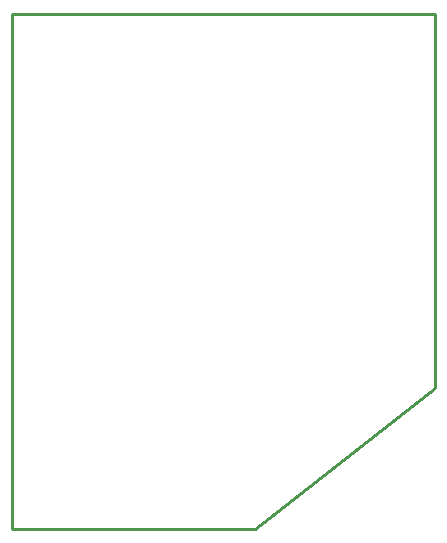
<source format=gko>
G04 Layer: BoardOutlineLayer*
G04 EasyEDA v6.5.15, 2023-01-26 07:11:18*
G04 bc408e8c05344163a153380a18e2a67f,cd9332c1ef044f0797b2d1e08cb7fb93,10*
G04 Gerber Generator version 0.2*
G04 Scale: 100 percent, Rotated: No, Reflected: No *
G04 Dimensions in millimeters *
G04 leading zeros omitted , absolute positions ,4 integer and 5 decimal *
%FSLAX45Y45*%
%MOMM*%

%ADD10C,0.2540*%
D10*
X114300Y-127000D02*
G01*
X3695700Y-127000D01*
X3695700Y-3289300D01*
X2171700Y-4483100D01*
X114300Y-4483100D01*
X114300Y-127000D01*

%LPD*%
M02*

</source>
